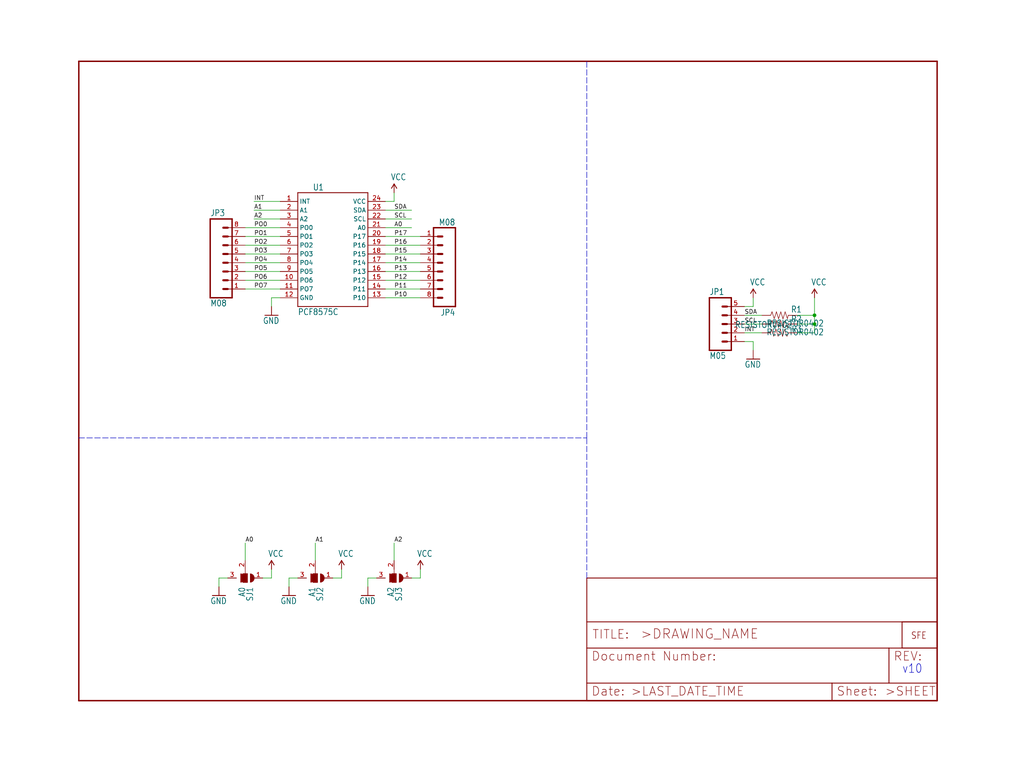
<source format=kicad_sch>
(kicad_sch (version 20211123) (generator eeschema)
  (paper "User" 297.002 223.926)
  (lib_symbols
    (symbol "schematicEagle-eagle-import:FRAME-LETTER"
      (symbol "FRAME-LETTER_1_0"
        (polyline (pts (xy 0 0) (xy 248.92 0)) (stroke (width 0.4064)))
        (polyline (pts (xy 0 185.42) (xy 0 0)) (stroke (width 0.4064)))
        (polyline (pts (xy 0 185.42) (xy 248.92 185.42)) (stroke (width 0.4064)))
        (polyline (pts (xy 248.92 185.42) (xy 248.92 0)) (stroke (width 0.4064)))
      )
      (symbol "FRAME-LETTER_2_0"
        (polyline (pts (xy 0 0) (xy 0 5.08)) (stroke (width 0.254)))
        (polyline (pts (xy 0 0) (xy 71.12 0)) (stroke (width 0.254)))
        (polyline (pts (xy 0 5.08) (xy 0 15.24)) (stroke (width 0.254)))
        (polyline (pts (xy 0 5.08) (xy 71.12 5.08)) (stroke (width 0.254)))
        (polyline (pts (xy 0 15.24) (xy 0 22.86)) (stroke (width 0.254)))
        (polyline (pts (xy 0 22.86) (xy 0 35.56)) (stroke (width 0.254)))
        (polyline (pts (xy 0 22.86) (xy 101.6 22.86)) (stroke (width 0.254)))
        (polyline (pts (xy 71.12 0) (xy 101.6 0)) (stroke (width 0.254)))
        (polyline (pts (xy 71.12 5.08) (xy 71.12 0)) (stroke (width 0.254)))
        (polyline (pts (xy 71.12 5.08) (xy 87.63 5.08)) (stroke (width 0.254)))
        (polyline (pts (xy 87.63 5.08) (xy 101.6 5.08)) (stroke (width 0.254)))
        (polyline (pts (xy 87.63 15.24) (xy 0 15.24)) (stroke (width 0.254)))
        (polyline (pts (xy 87.63 15.24) (xy 87.63 5.08)) (stroke (width 0.254)))
        (polyline (pts (xy 101.6 5.08) (xy 101.6 0)) (stroke (width 0.254)))
        (polyline (pts (xy 101.6 15.24) (xy 87.63 15.24)) (stroke (width 0.254)))
        (polyline (pts (xy 101.6 15.24) (xy 101.6 5.08)) (stroke (width 0.254)))
        (polyline (pts (xy 101.6 22.86) (xy 101.6 15.24)) (stroke (width 0.254)))
        (polyline (pts (xy 101.6 35.56) (xy 0 35.56)) (stroke (width 0.254)))
        (polyline (pts (xy 101.6 35.56) (xy 101.6 22.86)) (stroke (width 0.254)))
        (text ">DRAWING_NAME" (at 15.494 17.78 0) (effects (font (size 2.7432 2.7432)) (justify left bottom)))
        (text ">LAST_DATE_TIME" (at 12.7 1.27 0) (effects (font (size 2.54 2.54)) (justify left bottom)))
        (text ">SHEET" (at 86.36 1.27 0) (effects (font (size 2.54 2.54)) (justify left bottom)))
        (text "Date:" (at 1.27 1.27 0) (effects (font (size 2.54 2.54)) (justify left bottom)))
        (text "Document Number:" (at 1.27 11.43 0) (effects (font (size 2.54 2.54)) (justify left bottom)))
        (text "REV:" (at 88.9 11.43 0) (effects (font (size 2.54 2.54)) (justify left bottom)))
        (text "Sheet:" (at 72.39 1.27 0) (effects (font (size 2.54 2.54)) (justify left bottom)))
        (text "TITLE:" (at 1.524 17.78 0) (effects (font (size 2.54 2.54)) (justify left bottom)))
      )
    )
    (symbol "schematicEagle-eagle-import:GND" (power)
      (property "Value" "GND" (at -2.54 -2.54 0))
      (symbol "GND_1_0"
        (polyline (pts (xy -1.905 0) (xy 1.905 0)) (stroke (width 0.254)))
        (pin power_in line (at 0 2.54 270) (length 2.54) (name "GND") (number "1"))
      )
    )
    (symbol "schematicEagle-eagle-import:LOGO-SFENEW"
      (symbol "LOGO-SFENEW_1_0"
        (polyline (pts (xy -2.54 -2.54) (xy 7.62 -2.54)) (stroke (width 0.254)))
        (polyline (pts (xy -2.54 5.08) (xy -2.54 -2.54)) (stroke (width 0.254)))
        (polyline (pts (xy 7.62 -2.54) (xy 7.62 5.08)) (stroke (width 0.254)))
        (polyline (pts (xy 7.62 5.08) (xy -2.54 5.08)) (stroke (width 0.254)))
        (text "SFE" (at 0 0 0) (effects (font (size 1.9304 1.6408)) (justify left bottom)))
      )
    )
    (symbol "schematicEagle-eagle-import:M05"
      (property "Reference" "JP" (at -2.54 8.382 0))
      (property "Value" "M05" (at -2.54 -10.16 0))
      (symbol "M05_1_0"
        (polyline (pts (xy -2.54 7.62) (xy -2.54 -7.62)) (stroke (width 0.4064)))
        (polyline (pts (xy -2.54 7.62) (xy 3.81 7.62)) (stroke (width 0.4064)))
        (polyline (pts (xy 1.27 -5.08) (xy 2.54 -5.08)) (stroke (width 0.6096)))
        (polyline (pts (xy 1.27 -2.54) (xy 2.54 -2.54)) (stroke (width 0.6096)))
        (polyline (pts (xy 1.27 0) (xy 2.54 0)) (stroke (width 0.6096)))
        (polyline (pts (xy 1.27 2.54) (xy 2.54 2.54)) (stroke (width 0.6096)))
        (polyline (pts (xy 1.27 5.08) (xy 2.54 5.08)) (stroke (width 0.6096)))
        (polyline (pts (xy 3.81 -7.62) (xy -2.54 -7.62)) (stroke (width 0.4064)))
        (polyline (pts (xy 3.81 -7.62) (xy 3.81 7.62)) (stroke (width 0.4064)))
        (pin passive line (at 7.62 -5.08 180) (length 5.08) (name "1") (number "1"))
        (pin passive line (at 7.62 -2.54 180) (length 5.08) (name "2") (number "2"))
        (pin passive line (at 7.62 0 180) (length 5.08) (name "3") (number "3"))
        (pin passive line (at 7.62 2.54 180) (length 5.08) (name "4") (number "4"))
        (pin passive line (at 7.62 5.08 180) (length 5.08) (name "5") (number "5"))
      )
    )
    (symbol "schematicEagle-eagle-import:M08"
      (property "Reference" "JP" (at -5.08 13.462 0))
      (property "Value" "M08" (at -5.08 -12.7 0))
      (symbol "M08_1_0"
        (polyline (pts (xy -5.08 12.7) (xy -5.08 -10.16)) (stroke (width 0.4064)))
        (polyline (pts (xy -5.08 12.7) (xy 1.27 12.7)) (stroke (width 0.4064)))
        (polyline (pts (xy -1.27 -7.62) (xy 0 -7.62)) (stroke (width 0.6096)))
        (polyline (pts (xy -1.27 -5.08) (xy 0 -5.08)) (stroke (width 0.6096)))
        (polyline (pts (xy -1.27 -2.54) (xy 0 -2.54)) (stroke (width 0.6096)))
        (polyline (pts (xy -1.27 0) (xy 0 0)) (stroke (width 0.6096)))
        (polyline (pts (xy -1.27 2.54) (xy 0 2.54)) (stroke (width 0.6096)))
        (polyline (pts (xy -1.27 5.08) (xy 0 5.08)) (stroke (width 0.6096)))
        (polyline (pts (xy -1.27 7.62) (xy 0 7.62)) (stroke (width 0.6096)))
        (polyline (pts (xy -1.27 10.16) (xy 0 10.16)) (stroke (width 0.6096)))
        (polyline (pts (xy 1.27 -10.16) (xy -5.08 -10.16)) (stroke (width 0.4064)))
        (polyline (pts (xy 1.27 -10.16) (xy 1.27 12.7)) (stroke (width 0.4064)))
        (pin passive line (at 5.08 -7.62 180) (length 5.08) (name "1") (number "1"))
        (pin passive line (at 5.08 -5.08 180) (length 5.08) (name "2") (number "2"))
        (pin passive line (at 5.08 -2.54 180) (length 5.08) (name "3") (number "3"))
        (pin passive line (at 5.08 0 180) (length 5.08) (name "4") (number "4"))
        (pin passive line (at 5.08 2.54 180) (length 5.08) (name "5") (number "5"))
        (pin passive line (at 5.08 5.08 180) (length 5.08) (name "6") (number "6"))
        (pin passive line (at 5.08 7.62 180) (length 5.08) (name "7") (number "7"))
        (pin passive line (at 5.08 10.16 180) (length 5.08) (name "8") (number "8"))
      )
    )
    (symbol "schematicEagle-eagle-import:PCF8575C"
      (property "Value" "PCF8575C" (at -10.16 -20.32 0))
      (symbol "PCF8575C_1_0"
        (polyline (pts (xy -10.16 -17.78) (xy 10.16 -17.78)) (stroke (width 0.254)))
        (polyline (pts (xy -10.16 15.24) (xy -10.16 -17.78)) (stroke (width 0.254)))
        (polyline (pts (xy 10.16 -17.78) (xy 10.16 15.24)) (stroke (width 0.254)))
        (polyline (pts (xy 10.16 15.24) (xy -10.16 15.24)) (stroke (width 0.254)))
        (pin bidirectional line (at -15.24 12.7 0) (length 5.08) (name "INT") (number "1"))
        (pin bidirectional line (at -15.24 -10.16 0) (length 5.08) (name "PO6") (number "10"))
        (pin bidirectional line (at -15.24 -12.7 0) (length 5.08) (name "PO7") (number "11"))
        (pin bidirectional line (at -15.24 -15.24 0) (length 5.08) (name "GND") (number "12"))
        (pin bidirectional line (at 15.24 -15.24 180) (length 5.08) (name "P10") (number "13"))
        (pin bidirectional line (at 15.24 -12.7 180) (length 5.08) (name "P11") (number "14"))
        (pin bidirectional line (at 15.24 -10.16 180) (length 5.08) (name "P12") (number "15"))
        (pin bidirectional line (at 15.24 -7.62 180) (length 5.08) (name "P13") (number "16"))
        (pin bidirectional line (at 15.24 -5.08 180) (length 5.08) (name "P14") (number "17"))
        (pin bidirectional line (at 15.24 -2.54 180) (length 5.08) (name "P15") (number "18"))
        (pin bidirectional line (at 15.24 0 180) (length 5.08) (name "P16") (number "19"))
        (pin bidirectional line (at -15.24 10.16 0) (length 5.08) (name "A1") (number "2"))
        (pin bidirectional line (at 15.24 2.54 180) (length 5.08) (name "P17") (number "20"))
        (pin bidirectional line (at 15.24 5.08 180) (length 5.08) (name "A0") (number "21"))
        (pin bidirectional line (at 15.24 7.62 180) (length 5.08) (name "SCL") (number "22"))
        (pin bidirectional line (at 15.24 10.16 180) (length 5.08) (name "SDA") (number "23"))
        (pin bidirectional line (at 15.24 12.7 180) (length 5.08) (name "VCC") (number "24"))
        (pin bidirectional line (at -15.24 7.62 0) (length 5.08) (name "A2") (number "3"))
        (pin bidirectional line (at -15.24 5.08 0) (length 5.08) (name "PO0") (number "4"))
        (pin bidirectional line (at -15.24 2.54 0) (length 5.08) (name "PO1") (number "5"))
        (pin bidirectional line (at -15.24 0 0) (length 5.08) (name "PO2") (number "6"))
        (pin bidirectional line (at -15.24 -2.54 0) (length 5.08) (name "PO3") (number "7"))
        (pin bidirectional line (at -15.24 -5.08 0) (length 5.08) (name "PO4") (number "8"))
        (pin bidirectional line (at -15.24 -7.62 0) (length 5.08) (name "PO5") (number "9"))
      )
    )
    (symbol "schematicEagle-eagle-import:RESISTOR0402"
      (property "Reference" "R" (at -3.81 1.4986 0))
      (property "Value" "RESISTOR0402" (at -3.81 -3.302 0))
      (symbol "RESISTOR0402_1_0"
        (polyline (pts (xy -2.54 0) (xy -2.159 1.016)) (stroke (width 0.1524)))
        (polyline (pts (xy -2.159 1.016) (xy -1.524 -1.016)) (stroke (width 0.1524)))
        (polyline (pts (xy -1.524 -1.016) (xy -0.889 1.016)) (stroke (width 0.1524)))
        (polyline (pts (xy -0.889 1.016) (xy -0.254 -1.016)) (stroke (width 0.1524)))
        (polyline (pts (xy -0.254 -1.016) (xy 0.381 1.016)) (stroke (width 0.1524)))
        (polyline (pts (xy 0.381 1.016) (xy 1.016 -1.016)) (stroke (width 0.1524)))
        (polyline (pts (xy 1.016 -1.016) (xy 1.651 1.016)) (stroke (width 0.1524)))
        (polyline (pts (xy 1.651 1.016) (xy 2.286 -1.016)) (stroke (width 0.1524)))
        (polyline (pts (xy 2.286 -1.016) (xy 2.54 0)) (stroke (width 0.1524)))
        (pin passive line (at -5.08 0 0) (length 2.54) (name "1") (number "1"))
        (pin passive line (at 5.08 0 180) (length 2.54) (name "2") (number "2"))
      )
    )
    (symbol "schematicEagle-eagle-import:SOLDERJUMPER_2WAYS"
      (property "Reference" "SJ" (at 2.54 0.381 0))
      (property "Value" "SOLDERJUMPER_2WAYS" (at 2.54 -1.905 0))
      (symbol "SOLDERJUMPER_2WAYS_1_0"
        (rectangle (start -1.27 -0.635) (end 1.27 0.635) (fill (type outline)))
        (polyline (pts (xy -2.54 0) (xy -1.27 0)) (stroke (width 0.1524)))
        (polyline (pts (xy -1.27 -0.635) (xy -1.27 0)) (stroke (width 0.1524)))
        (polyline (pts (xy -1.27 0) (xy -1.27 0.635)) (stroke (width 0.1524)))
        (polyline (pts (xy -1.27 0.635) (xy 1.27 0.635)) (stroke (width 0.1524)))
        (polyline (pts (xy 1.27 -0.635) (xy -1.27 -0.635)) (stroke (width 0.1524)))
        (polyline (pts (xy 1.27 0.635) (xy 1.27 -0.635)) (stroke (width 0.1524)))
        (arc (start 1.27 -1.397) (mid 0 -0.127) (end -1.27 -1.397) (stroke (width 0.0001)) (fill (type outline)))
        (arc (start 1.27 1.397) (mid 0 2.667) (end -1.27 1.397) (stroke (width 0.0001)) (fill (type outline)))
        (pin passive line (at 0 5.08 270) (length 2.54) (name "1") (number "1"))
        (pin passive line (at -5.08 0 0) (length 2.54) (name "2") (number "2"))
        (pin passive line (at 0 -5.08 90) (length 2.54) (name "3") (number "3"))
      )
    )
    (symbol "schematicEagle-eagle-import:VCC" (power)
      (property "Value" "VCC" (at -1.016 3.556 0))
      (symbol "VCC_1_0"
        (polyline (pts (xy 0 2.54) (xy -0.762 1.27)) (stroke (width 0.254)))
        (polyline (pts (xy 0.762 1.27) (xy 0 2.54)) (stroke (width 0.254)))
        (pin power_in line (at 0 0 90) (length 2.54) (name "VCC") (number "1"))
      )
    )
  )
  (junction (at 236.22 91.44))
  (junction (at 236.22 93.98))
  (wire (pts (xy 81.28 58.42) (xy 73.66 58.42)))
  (wire (pts (xy 215.9 96.52) (xy 220.98 96.52)))
  (wire (pts (xy 63.5 167.64) (xy 63.5 170.18)))
  (wire (pts (xy 236.22 91.44) (xy 236.22 86.36)))
  (wire (pts (xy 81.28 66.04) (xy 71.12 66.04)))
  (wire (pts (xy 109.22 167.64) (xy 106.68 167.64)))
  (wire (pts (xy 66.04 167.64) (xy 63.5 167.64)))
  (wire (pts (xy 91.44 162.56) (xy 91.44 157.48)))
  (wire (pts (xy 81.28 78.74) (xy 71.12 78.74)))
  (wire (pts (xy 111.76 63.5) (xy 119.38 63.5)))
  (wire (pts (xy 81.28 60.96) (xy 73.66 60.96)))
  (wire (pts (xy 71.12 162.56) (xy 71.12 157.48)))
  (wire (pts (xy 111.76 83.82) (xy 121.92 83.82)))
  (wire (pts (xy 81.28 86.36) (xy 78.74 86.36)))
  (wire (pts (xy 111.76 58.42) (xy 114.3 58.42)))
  (polyline (pts (xy 22.86 127) (xy 170.18 127)))
  (wire (pts (xy 236.22 93.98) (xy 236.22 91.44)))
  (wire (pts (xy 86.36 167.64) (xy 83.82 167.64)))
  (wire (pts (xy 78.74 167.64) (xy 78.74 165.1)))
  (wire (pts (xy 111.76 78.74) (xy 121.92 78.74)))
  (wire (pts (xy 78.74 86.36) (xy 78.74 88.9)))
  (wire (pts (xy 111.76 60.96) (xy 119.38 60.96)))
  (wire (pts (xy 215.9 93.98) (xy 220.98 93.98)))
  (wire (pts (xy 121.92 167.64) (xy 121.92 165.1)))
  (wire (pts (xy 231.14 91.44) (xy 236.22 91.44)))
  (wire (pts (xy 215.9 91.44) (xy 220.98 91.44)))
  (wire (pts (xy 236.22 96.52) (xy 236.22 93.98)))
  (wire (pts (xy 71.12 71.12) (xy 81.28 71.12)))
  (wire (pts (xy 81.28 63.5) (xy 73.66 63.5)))
  (wire (pts (xy 81.28 83.82) (xy 71.12 83.82)))
  (wire (pts (xy 111.76 66.04) (xy 119.38 66.04)))
  (wire (pts (xy 111.76 81.28) (xy 121.92 81.28)))
  (wire (pts (xy 111.76 73.66) (xy 121.92 73.66)))
  (wire (pts (xy 81.28 81.28) (xy 71.12 81.28)))
  (wire (pts (xy 81.28 68.58) (xy 71.12 68.58)))
  (wire (pts (xy 106.68 167.64) (xy 106.68 170.18)))
  (polyline (pts (xy 170.18 127) (xy 170.18 17.78)))
  (wire (pts (xy 231.14 93.98) (xy 236.22 93.98)))
  (wire (pts (xy 76.2 167.64) (xy 78.74 167.64)))
  (wire (pts (xy 231.14 96.52) (xy 236.22 96.52)))
  (wire (pts (xy 114.3 162.56) (xy 114.3 157.48)))
  (wire (pts (xy 111.76 76.2) (xy 121.92 76.2)))
  (wire (pts (xy 218.44 99.06) (xy 218.44 101.6)))
  (wire (pts (xy 111.76 68.58) (xy 121.92 68.58)))
  (wire (pts (xy 111.76 71.12) (xy 121.92 71.12)))
  (wire (pts (xy 81.28 73.66) (xy 71.12 73.66)))
  (polyline (pts (xy 170.18 167.64) (xy 170.18 127)))
  (wire (pts (xy 111.76 86.36) (xy 121.92 86.36)))
  (wire (pts (xy 81.28 76.2) (xy 71.12 76.2)))
  (wire (pts (xy 215.9 88.9) (xy 218.44 88.9)))
  (wire (pts (xy 215.9 99.06) (xy 218.44 99.06)))
  (wire (pts (xy 96.52 167.64) (xy 99.06 167.64)))
  (wire (pts (xy 99.06 167.64) (xy 99.06 165.1)))
  (wire (pts (xy 114.3 58.42) (xy 114.3 55.88)))
  (wire (pts (xy 119.38 167.64) (xy 121.92 167.64)))
  (wire (pts (xy 83.82 167.64) (xy 83.82 170.18)))
  (wire (pts (xy 218.44 88.9) (xy 218.44 86.36)))
  (text "v10" (at 261.62 195.58 180) (effects (font (size 2.54 2.159)) (justify left bottom)))
  (label "P12" (at 114.3 81.28 0) (effects (font (size 1.2446 1.2446))))
  (label "A2" (at 114.3 157.48 0) (effects (font (size 1.2446 1.2446))))
  (label "PO5" (at 73.66 78.74 0) (effects (font (size 1.2446 1.2446))))
  (label "INT" (at 73.66 58.42 0) (effects (font (size 1.2446 1.2446))))
  (label "P11" (at 114.3 83.82 0) (effects (font (size 1.2446 1.2446))))
  (label "P14" (at 114.3 76.2 0) (effects (font (size 1.2446 1.2446))))
  (label "A0" (at 114.3 66.04 0) (effects (font (size 1.2446 1.2446))))
  (label "P10" (at 114.3 86.36 0) (effects (font (size 1.2446 1.2446))))
  (label "PO6" (at 73.66 81.28 0) (effects (font (size 1.2446 1.2446))))
  (label "P13" (at 114.3 78.74 0) (effects (font (size 1.2446 1.2446))))
  (label "SCL" (at 215.9 93.98 0) (effects (font (size 1.2446 1.2446))))
  (label "SDA" (at 114.3 60.96 0) (effects (font (size 1.2446 1.2446))))
  (label "PO3" (at 73.66 73.66 0) (effects (font (size 1.2446 1.2446))))
  (label "P15" (at 114.3 73.66 0) (effects (font (size 1.2446 1.2446))))
  (label "A2" (at 73.66 63.5 0) (effects (font (size 1.2446 1.2446))))
  (label "A1" (at 91.44 157.48 0) (effects (font (size 1.2446 1.2446))))
  (label "A0" (at 71.12 157.48 0) (effects (font (size 1.2446 1.2446))))
  (label "A1" (at 73.66 60.96 0) (effects (font (size 1.2446 1.2446))))
  (label "PO7" (at 73.66 83.82 0) (effects (font (size 1.2446 1.2446))))
  (label "P17" (at 114.3 68.58 0) (effects (font (size 1.2446 1.2446))))
  (label "SDA" (at 215.9 91.44 0) (effects (font (size 1.2446 1.2446))))
  (label "INT" (at 215.9 96.52 0) (effects (font (size 1.2446 1.2446))))
  (label "PO4" (at 73.66 76.2 0) (effects (font (size 1.2446 1.2446))))
  (label "SCL" (at 114.3 63.5 0) (effects (font (size 1.2446 1.2446))))
  (label "PO2" (at 73.66 71.12 0) (effects (font (size 1.2446 1.2446))))
  (label "PO1" (at 73.66 68.58 0) (effects (font (size 1.2446 1.2446))))
  (label "P16" (at 114.3 71.12 0) (effects (font (size 1.2446 1.2446))))
  (label "PO0" (at 73.66 66.04 0) (effects (font (size 1.2446 1.2446))))
  (symbol (lib_id "schematicEagle-eagle-import:VCC") (at 78.74 165.1 0) (unit 1)
    (property "Reference" "#P+1" (effects hide))
    (property "Value" "VCC" (at 77.724 161.544 0) (effects (font (size 1.778 1.5113)) (justify left bottom)))
    (property "Footprint" "schematicEagle:" (effects hide))
  )
  (symbol (lib_id "schematicEagle-eagle-import:FRAME-LETTER") (at 170.18 203.2 0) (unit 2)
    (property "Reference" "#FRAME1" (effects hide))
    (property "Value" "FRAME-LETTER" (effects hide))
    (property "Footprint" "schematicEagle:" (effects hide))
  )
  (symbol (lib_id "schematicEagle-eagle-import:RESISTOR0402") (at 226.06 91.44 0) (unit 1)
    (property "Reference" "R1" (at 229.362 90.7034 0) (effects (font (size 1.778 1.5113)) (justify left bottom)))
    (property "Value" "RESISTOR0402" (at 222.25 94.742 0) (effects (font (size 1.778 1.5113)) (justify left bottom)))
    (property "Footprint" "schematicEagle:C0402" (effects hide))
  )
  (symbol (lib_id "schematicEagle-eagle-import:M05") (at 208.28 93.98 0) (unit 1)
    (property "Reference" "JP1" (at 205.74 85.598 0) (effects (font (size 1.778 1.5113)) (justify left bottom)))
    (property "Value" "M05" (at 205.74 104.14 0) (effects (font (size 1.778 1.5113)) (justify left bottom)))
    (property "Footprint" "schematicEagle:1X05" (effects hide))
  )
  (symbol (lib_id "schematicEagle-eagle-import:GND") (at 106.68 172.72 0) (unit 1)
    (property "Reference" "#GND3" (effects hide))
    (property "Value" "GND" (at 104.14 175.26 0) (effects (font (size 1.778 1.5113)) (justify left bottom)))
    (property "Footprint" "schematicEagle:" (effects hide))
  )
  (symbol (lib_id "schematicEagle-eagle-import:FRAME-LETTER") (at 22.86 203.2 0) (unit 1)
    (property "Reference" "#FRAME1" (effects hide))
    (property "Value" "FRAME-LETTER" (effects hide))
    (property "Footprint" "schematicEagle:" (effects hide))
  )
  (symbol (lib_id "schematicEagle-eagle-import:VCC") (at 121.92 165.1 0) (unit 1)
    (property "Reference" "#P+3" (effects hide))
    (property "Value" "VCC" (at 120.904 161.544 0) (effects (font (size 1.778 1.5113)) (justify left bottom)))
    (property "Footprint" "schematicEagle:" (effects hide))
  )
  (symbol (lib_id "schematicEagle-eagle-import:GND") (at 63.5 172.72 0) (unit 1)
    (property "Reference" "#GND1" (effects hide))
    (property "Value" "GND" (at 60.96 175.26 0) (effects (font (size 1.778 1.5113)) (justify left bottom)))
    (property "Footprint" "schematicEagle:" (effects hide))
  )
  (symbol (lib_id "schematicEagle-eagle-import:GND") (at 78.74 91.44 0) (unit 1)
    (property "Reference" "#GND4" (effects hide))
    (property "Value" "GND" (at 76.2 93.98 0) (effects (font (size 1.778 1.5113)) (justify left bottom)))
    (property "Footprint" "schematicEagle:" (effects hide))
  )
  (symbol (lib_id "schematicEagle-eagle-import:VCC") (at 236.22 86.36 0) (unit 1)
    (property "Reference" "#P+7" (effects hide))
    (property "Value" "VCC" (at 235.204 82.804 0) (effects (font (size 1.778 1.5113)) (justify left bottom)))
    (property "Footprint" "schematicEagle:" (effects hide))
  )
  (symbol (lib_id "schematicEagle-eagle-import:M08") (at 127 76.2 180) (unit 1)
    (property "Reference" "JP4" (at 132.08 89.662 0) (effects (font (size 1.778 1.5113)) (justify left bottom)))
    (property "Value" "M08" (at 132.08 63.5 0) (effects (font (size 1.778 1.5113)) (justify left bottom)))
    (property "Footprint" "schematicEagle:1X08" (effects hide))
  )
  (symbol (lib_id "schematicEagle-eagle-import:GND") (at 218.44 104.14 0) (unit 1)
    (property "Reference" "#GND5" (effects hide))
    (property "Value" "GND" (at 215.9 106.68 0) (effects (font (size 1.778 1.5113)) (justify left bottom)))
    (property "Footprint" "schematicEagle:" (effects hide))
  )
  (symbol (lib_id "schematicEagle-eagle-import:RESISTOR0402") (at 226.06 93.98 0) (unit 1)
    (property "Reference" "R2" (at 229.362 93.4974 0) (effects (font (size 1.778 1.5113)) (justify left bottom)))
    (property "Value" "RESISTOR0402" (at 222.25 97.282 0) (effects (font (size 1.778 1.5113)) (justify left bottom)))
    (property "Footprint" "schematicEagle:C0402" (effects hide))
  )
  (symbol (lib_id "schematicEagle-eagle-import:LOGO-SFENEW") (at 264.16 185.42 0) (unit 1)
    (property "Reference" "U$2" (effects hide))
    (property "Value" "LOGO-SFENEW" (effects hide))
    (property "Footprint" "schematicEagle:SFE-NEW-WEBLOGO" (effects hide))
  )
  (symbol (lib_id "schematicEagle-eagle-import:GND") (at 83.82 172.72 0) (unit 1)
    (property "Reference" "#GND2" (effects hide))
    (property "Value" "GND" (at 81.28 175.26 0) (effects (font (size 1.778 1.5113)) (justify left bottom)))
    (property "Footprint" "schematicEagle:" (effects hide))
  )
  (symbol (lib_id "schematicEagle-eagle-import:SOLDERJUMPER_2WAYS") (at 114.3 167.64 270) (unit 1)
    (property "Reference" "SJ3" (at 114.681 170.18 0) (effects (font (size 1.778 1.5113)) (justify left bottom)))
    (property "Value" "A2" (at 112.395 170.18 0) (effects (font (size 1.778 1.5113)) (justify left bottom)))
    (property "Footprint" "schematicEagle:SJ_3" (effects hide))
  )
  (symbol (lib_id "schematicEagle-eagle-import:VCC") (at 114.3 55.88 0) (unit 1)
    (property "Reference" "#P+4" (effects hide))
    (property "Value" "VCC" (at 113.284 52.324 0) (effects (font (size 1.778 1.5113)) (justify left bottom)))
    (property "Footprint" "schematicEagle:" (effects hide))
  )
  (symbol (lib_id "schematicEagle-eagle-import:SOLDERJUMPER_2WAYS") (at 91.44 167.64 270) (unit 1)
    (property "Reference" "SJ2" (at 91.821 170.18 0) (effects (font (size 1.778 1.5113)) (justify left bottom)))
    (property "Value" "A1" (at 89.535 170.18 0) (effects (font (size 1.778 1.5113)) (justify left bottom)))
    (property "Footprint" "schematicEagle:SJ_3" (effects hide))
  )
  (symbol (lib_id "schematicEagle-eagle-import:VCC") (at 99.06 165.1 0) (unit 1)
    (property "Reference" "#P+2" (effects hide))
    (property "Value" "VCC" (at 98.044 161.544 0) (effects (font (size 1.778 1.5113)) (justify left bottom)))
    (property "Footprint" "schematicEagle:" (effects hide))
  )
  (symbol (lib_id "schematicEagle-eagle-import:PCF8575C") (at 96.52 71.12 0) (unit 1)
    (property "Reference" "U1" (at 93.98 53.34 0) (effects (font (size 1.778 1.5113)) (justify right top)))
    (property "Value" "PCF8575C" (at 86.36 91.44 0) (effects (font (size 1.778 1.5113)) (justify left bottom)))
    (property "Footprint" "schematicEagle:SO-24DW" (effects hide))
  )
  (symbol (lib_id "schematicEagle-eagle-import:RESISTOR0402") (at 226.06 96.52 180) (unit 1)
    (property "Reference" "R3" (at 232.664 94.4626 0) (effects (font (size 1.778 1.5113)) (justify left bottom)))
    (property "Value" "RESISTOR0402" (at 229.87 93.218 0) (effects (font (size 1.778 1.5113)) (justify left bottom)))
    (property "Footprint" "schematicEagle:C0402" (effects hide))
  )
  (symbol (lib_id "schematicEagle-eagle-import:VCC") (at 218.44 86.36 0) (unit 1)
    (property "Reference" "#P+5" (effects hide))
    (property "Value" "VCC" (at 217.424 82.804 0) (effects (font (size 1.778 1.5113)) (justify left bottom)))
    (property "Footprint" "schematicEagle:" (effects hide))
  )
  (symbol (lib_id "schematicEagle-eagle-import:M08") (at 66.04 76.2 0) (unit 1)
    (property "Reference" "JP3" (at 60.96 62.738 0) (effects (font (size 1.778 1.5113)) (justify left bottom)))
    (property "Value" "M08" (at 60.96 88.9 0) (effects (font (size 1.778 1.5113)) (justify left bottom)))
    (property "Footprint" "schematicEagle:1X08" (effects hide))
  )
  (symbol (lib_id "schematicEagle-eagle-import:SOLDERJUMPER_2WAYS") (at 71.12 167.64 270) (unit 1)
    (property "Reference" "SJ1" (at 71.501 170.18 0) (effects (font (size 1.778 1.5113)) (justify left bottom)))
    (property "Value" "A0" (at 69.215 170.18 0) (effects (font (size 1.778 1.5113)) (justify left bottom)))
    (property "Footprint" "schematicEagle:SJ_3" (effects hide))
  )
)
</source>
